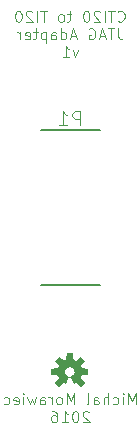
<source format=gbr>
%TF.GenerationSoftware,KiCad,Pcbnew,7.0.7-dirty*%
%TF.CreationDate,2023-09-27T11:33:23-05:00*%
%TF.ProjectId,BBB_JTAG_CTI20_SMT_TI20_SMT,4242425f-4a54-4414-975f-43544932305f,rev?*%
%TF.SameCoordinates,Original*%
%TF.FileFunction,Legend,Bot*%
%TF.FilePolarity,Positive*%
%FSLAX46Y46*%
G04 Gerber Fmt 4.6, Leading zero omitted, Abs format (unit mm)*
G04 Created by KiCad (PCBNEW 7.0.7-dirty) date 2023-09-27 11:33:23*
%MOMM*%
%LPD*%
G01*
G04 APERTURE LIST*
%ADD10C,0.081280*%
%ADD11C,0.101600*%
%ADD12C,0.127000*%
G04 APERTURE END LIST*
D10*
X152536554Y-89182872D02*
X152581065Y-89227383D01*
X152581065Y-89227383D02*
X152714596Y-89271893D01*
X152714596Y-89271893D02*
X152803617Y-89271893D01*
X152803617Y-89271893D02*
X152937149Y-89227383D01*
X152937149Y-89227383D02*
X153026170Y-89138362D01*
X153026170Y-89138362D02*
X153070680Y-89049341D01*
X153070680Y-89049341D02*
X153115191Y-88871299D01*
X153115191Y-88871299D02*
X153115191Y-88737767D01*
X153115191Y-88737767D02*
X153070680Y-88559725D01*
X153070680Y-88559725D02*
X153026170Y-88470704D01*
X153026170Y-88470704D02*
X152937149Y-88381683D01*
X152937149Y-88381683D02*
X152803617Y-88337173D01*
X152803617Y-88337173D02*
X152714596Y-88337173D01*
X152714596Y-88337173D02*
X152581065Y-88381683D01*
X152581065Y-88381683D02*
X152536554Y-88426194D01*
X152269492Y-88337173D02*
X151735366Y-88337173D01*
X152002429Y-89271893D02*
X152002429Y-88337173D01*
X151423792Y-89271893D02*
X151423792Y-88337173D01*
X151023198Y-88426194D02*
X150978687Y-88381683D01*
X150978687Y-88381683D02*
X150889666Y-88337173D01*
X150889666Y-88337173D02*
X150667114Y-88337173D01*
X150667114Y-88337173D02*
X150578093Y-88381683D01*
X150578093Y-88381683D02*
X150533582Y-88426194D01*
X150533582Y-88426194D02*
X150489072Y-88515215D01*
X150489072Y-88515215D02*
X150489072Y-88604236D01*
X150489072Y-88604236D02*
X150533582Y-88737767D01*
X150533582Y-88737767D02*
X151067708Y-89271893D01*
X151067708Y-89271893D02*
X150489072Y-89271893D01*
X149910435Y-88337173D02*
X149821414Y-88337173D01*
X149821414Y-88337173D02*
X149732393Y-88381683D01*
X149732393Y-88381683D02*
X149687883Y-88426194D01*
X149687883Y-88426194D02*
X149643372Y-88515215D01*
X149643372Y-88515215D02*
X149598862Y-88693257D01*
X149598862Y-88693257D02*
X149598862Y-88915809D01*
X149598862Y-88915809D02*
X149643372Y-89093851D01*
X149643372Y-89093851D02*
X149687883Y-89182872D01*
X149687883Y-89182872D02*
X149732393Y-89227383D01*
X149732393Y-89227383D02*
X149821414Y-89271893D01*
X149821414Y-89271893D02*
X149910435Y-89271893D01*
X149910435Y-89271893D02*
X149999456Y-89227383D01*
X149999456Y-89227383D02*
X150043967Y-89182872D01*
X150043967Y-89182872D02*
X150088477Y-89093851D01*
X150088477Y-89093851D02*
X150132988Y-88915809D01*
X150132988Y-88915809D02*
X150132988Y-88693257D01*
X150132988Y-88693257D02*
X150088477Y-88515215D01*
X150088477Y-88515215D02*
X150043967Y-88426194D01*
X150043967Y-88426194D02*
X149999456Y-88381683D01*
X149999456Y-88381683D02*
X149910435Y-88337173D01*
X148619631Y-88648746D02*
X148263547Y-88648746D01*
X148486099Y-88337173D02*
X148486099Y-89138362D01*
X148486099Y-89138362D02*
X148441589Y-89227383D01*
X148441589Y-89227383D02*
X148352568Y-89271893D01*
X148352568Y-89271893D02*
X148263547Y-89271893D01*
X147818442Y-89271893D02*
X147907463Y-89227383D01*
X147907463Y-89227383D02*
X147951973Y-89182872D01*
X147951973Y-89182872D02*
X147996484Y-89093851D01*
X147996484Y-89093851D02*
X147996484Y-88826788D01*
X147996484Y-88826788D02*
X147951973Y-88737767D01*
X147951973Y-88737767D02*
X147907463Y-88693257D01*
X147907463Y-88693257D02*
X147818442Y-88648746D01*
X147818442Y-88648746D02*
X147684910Y-88648746D01*
X147684910Y-88648746D02*
X147595889Y-88693257D01*
X147595889Y-88693257D02*
X147551379Y-88737767D01*
X147551379Y-88737767D02*
X147506868Y-88826788D01*
X147506868Y-88826788D02*
X147506868Y-89093851D01*
X147506868Y-89093851D02*
X147551379Y-89182872D01*
X147551379Y-89182872D02*
X147595889Y-89227383D01*
X147595889Y-89227383D02*
X147684910Y-89271893D01*
X147684910Y-89271893D02*
X147818442Y-89271893D01*
X146527638Y-88337173D02*
X145993512Y-88337173D01*
X146260575Y-89271893D02*
X146260575Y-88337173D01*
X145681938Y-89271893D02*
X145681938Y-88337173D01*
X145281344Y-88426194D02*
X145236833Y-88381683D01*
X145236833Y-88381683D02*
X145147812Y-88337173D01*
X145147812Y-88337173D02*
X144925260Y-88337173D01*
X144925260Y-88337173D02*
X144836239Y-88381683D01*
X144836239Y-88381683D02*
X144791728Y-88426194D01*
X144791728Y-88426194D02*
X144747218Y-88515215D01*
X144747218Y-88515215D02*
X144747218Y-88604236D01*
X144747218Y-88604236D02*
X144791728Y-88737767D01*
X144791728Y-88737767D02*
X145325854Y-89271893D01*
X145325854Y-89271893D02*
X144747218Y-89271893D01*
X144168581Y-88337173D02*
X144079560Y-88337173D01*
X144079560Y-88337173D02*
X143990539Y-88381683D01*
X143990539Y-88381683D02*
X143946029Y-88426194D01*
X143946029Y-88426194D02*
X143901518Y-88515215D01*
X143901518Y-88515215D02*
X143857008Y-88693257D01*
X143857008Y-88693257D02*
X143857008Y-88915809D01*
X143857008Y-88915809D02*
X143901518Y-89093851D01*
X143901518Y-89093851D02*
X143946029Y-89182872D01*
X143946029Y-89182872D02*
X143990539Y-89227383D01*
X143990539Y-89227383D02*
X144079560Y-89271893D01*
X144079560Y-89271893D02*
X144168581Y-89271893D01*
X144168581Y-89271893D02*
X144257602Y-89227383D01*
X144257602Y-89227383D02*
X144302113Y-89182872D01*
X144302113Y-89182872D02*
X144346623Y-89093851D01*
X144346623Y-89093851D02*
X144391134Y-88915809D01*
X144391134Y-88915809D02*
X144391134Y-88693257D01*
X144391134Y-88693257D02*
X144346623Y-88515215D01*
X144346623Y-88515215D02*
X144302113Y-88426194D01*
X144302113Y-88426194D02*
X144257602Y-88381683D01*
X144257602Y-88381683D02*
X144168581Y-88337173D01*
X152558809Y-89842072D02*
X152558809Y-90509729D01*
X152558809Y-90509729D02*
X152603320Y-90643261D01*
X152603320Y-90643261D02*
X152692341Y-90732282D01*
X152692341Y-90732282D02*
X152825872Y-90776792D01*
X152825872Y-90776792D02*
X152914893Y-90776792D01*
X152247236Y-89842072D02*
X151713110Y-89842072D01*
X151980173Y-90776792D02*
X151980173Y-89842072D01*
X151446047Y-90509729D02*
X151000942Y-90509729D01*
X151535068Y-90776792D02*
X151223494Y-89842072D01*
X151223494Y-89842072D02*
X150911921Y-90776792D01*
X150110732Y-89886582D02*
X150199753Y-89842072D01*
X150199753Y-89842072D02*
X150333284Y-89842072D01*
X150333284Y-89842072D02*
X150466816Y-89886582D01*
X150466816Y-89886582D02*
X150555837Y-89975603D01*
X150555837Y-89975603D02*
X150600347Y-90064624D01*
X150600347Y-90064624D02*
X150644858Y-90242666D01*
X150644858Y-90242666D02*
X150644858Y-90376198D01*
X150644858Y-90376198D02*
X150600347Y-90554240D01*
X150600347Y-90554240D02*
X150555837Y-90643261D01*
X150555837Y-90643261D02*
X150466816Y-90732282D01*
X150466816Y-90732282D02*
X150333284Y-90776792D01*
X150333284Y-90776792D02*
X150244263Y-90776792D01*
X150244263Y-90776792D02*
X150110732Y-90732282D01*
X150110732Y-90732282D02*
X150066221Y-90687771D01*
X150066221Y-90687771D02*
X150066221Y-90376198D01*
X150066221Y-90376198D02*
X150244263Y-90376198D01*
X148997970Y-90509729D02*
X148552865Y-90509729D01*
X149086991Y-90776792D02*
X148775417Y-89842072D01*
X148775417Y-89842072D02*
X148463844Y-90776792D01*
X147751676Y-90776792D02*
X147751676Y-89842072D01*
X147751676Y-90732282D02*
X147840697Y-90776792D01*
X147840697Y-90776792D02*
X148018739Y-90776792D01*
X148018739Y-90776792D02*
X148107760Y-90732282D01*
X148107760Y-90732282D02*
X148152270Y-90687771D01*
X148152270Y-90687771D02*
X148196781Y-90598750D01*
X148196781Y-90598750D02*
X148196781Y-90331687D01*
X148196781Y-90331687D02*
X148152270Y-90242666D01*
X148152270Y-90242666D02*
X148107760Y-90198156D01*
X148107760Y-90198156D02*
X148018739Y-90153645D01*
X148018739Y-90153645D02*
X147840697Y-90153645D01*
X147840697Y-90153645D02*
X147751676Y-90198156D01*
X146905977Y-90776792D02*
X146905977Y-90287177D01*
X146905977Y-90287177D02*
X146950487Y-90198156D01*
X146950487Y-90198156D02*
X147039508Y-90153645D01*
X147039508Y-90153645D02*
X147217550Y-90153645D01*
X147217550Y-90153645D02*
X147306571Y-90198156D01*
X146905977Y-90732282D02*
X146994998Y-90776792D01*
X146994998Y-90776792D02*
X147217550Y-90776792D01*
X147217550Y-90776792D02*
X147306571Y-90732282D01*
X147306571Y-90732282D02*
X147351082Y-90643261D01*
X147351082Y-90643261D02*
X147351082Y-90554240D01*
X147351082Y-90554240D02*
X147306571Y-90465219D01*
X147306571Y-90465219D02*
X147217550Y-90420708D01*
X147217550Y-90420708D02*
X146994998Y-90420708D01*
X146994998Y-90420708D02*
X146905977Y-90376198D01*
X146460872Y-90153645D02*
X146460872Y-91088365D01*
X146460872Y-90198156D02*
X146371851Y-90153645D01*
X146371851Y-90153645D02*
X146193809Y-90153645D01*
X146193809Y-90153645D02*
X146104788Y-90198156D01*
X146104788Y-90198156D02*
X146060278Y-90242666D01*
X146060278Y-90242666D02*
X146015767Y-90331687D01*
X146015767Y-90331687D02*
X146015767Y-90598750D01*
X146015767Y-90598750D02*
X146060278Y-90687771D01*
X146060278Y-90687771D02*
X146104788Y-90732282D01*
X146104788Y-90732282D02*
X146193809Y-90776792D01*
X146193809Y-90776792D02*
X146371851Y-90776792D01*
X146371851Y-90776792D02*
X146460872Y-90732282D01*
X145748705Y-90153645D02*
X145392621Y-90153645D01*
X145615173Y-89842072D02*
X145615173Y-90643261D01*
X145615173Y-90643261D02*
X145570663Y-90732282D01*
X145570663Y-90732282D02*
X145481642Y-90776792D01*
X145481642Y-90776792D02*
X145392621Y-90776792D01*
X144724963Y-90732282D02*
X144813984Y-90776792D01*
X144813984Y-90776792D02*
X144992026Y-90776792D01*
X144992026Y-90776792D02*
X145081047Y-90732282D01*
X145081047Y-90732282D02*
X145125558Y-90643261D01*
X145125558Y-90643261D02*
X145125558Y-90287177D01*
X145125558Y-90287177D02*
X145081047Y-90198156D01*
X145081047Y-90198156D02*
X144992026Y-90153645D01*
X144992026Y-90153645D02*
X144813984Y-90153645D01*
X144813984Y-90153645D02*
X144724963Y-90198156D01*
X144724963Y-90198156D02*
X144680453Y-90287177D01*
X144680453Y-90287177D02*
X144680453Y-90376198D01*
X144680453Y-90376198D02*
X145125558Y-90465219D01*
X144279858Y-90776792D02*
X144279858Y-90153645D01*
X144279858Y-90331687D02*
X144235348Y-90242666D01*
X144235348Y-90242666D02*
X144190837Y-90198156D01*
X144190837Y-90198156D02*
X144101816Y-90153645D01*
X144101816Y-90153645D02*
X144012795Y-90153645D01*
X149153757Y-91658544D02*
X148931205Y-92281691D01*
X148931205Y-92281691D02*
X148708652Y-91658544D01*
X147862953Y-92281691D02*
X148397079Y-92281691D01*
X148130016Y-92281691D02*
X148130016Y-91346971D01*
X148130016Y-91346971D02*
X148219037Y-91480502D01*
X148219037Y-91480502D02*
X148308058Y-91569523D01*
X148308058Y-91569523D02*
X148397079Y-91614034D01*
X154064909Y-121679343D02*
X154064909Y-120744623D01*
X154064909Y-120744623D02*
X153753336Y-121412280D01*
X153753336Y-121412280D02*
X153441762Y-120744623D01*
X153441762Y-120744623D02*
X153441762Y-121679343D01*
X152996658Y-121679343D02*
X152996658Y-121056196D01*
X152996658Y-120744623D02*
X153041169Y-120789133D01*
X153041169Y-120789133D02*
X152996658Y-120833644D01*
X152996658Y-120833644D02*
X152952148Y-120789133D01*
X152952148Y-120789133D02*
X152996658Y-120744623D01*
X152996658Y-120744623D02*
X152996658Y-120833644D01*
X152150959Y-121634833D02*
X152239980Y-121679343D01*
X152239980Y-121679343D02*
X152418022Y-121679343D01*
X152418022Y-121679343D02*
X152507043Y-121634833D01*
X152507043Y-121634833D02*
X152551553Y-121590322D01*
X152551553Y-121590322D02*
X152596064Y-121501301D01*
X152596064Y-121501301D02*
X152596064Y-121234238D01*
X152596064Y-121234238D02*
X152551553Y-121145217D01*
X152551553Y-121145217D02*
X152507043Y-121100707D01*
X152507043Y-121100707D02*
X152418022Y-121056196D01*
X152418022Y-121056196D02*
X152239980Y-121056196D01*
X152239980Y-121056196D02*
X152150959Y-121100707D01*
X151750364Y-121679343D02*
X151750364Y-120744623D01*
X151349770Y-121679343D02*
X151349770Y-121189728D01*
X151349770Y-121189728D02*
X151394280Y-121100707D01*
X151394280Y-121100707D02*
X151483301Y-121056196D01*
X151483301Y-121056196D02*
X151616833Y-121056196D01*
X151616833Y-121056196D02*
X151705854Y-121100707D01*
X151705854Y-121100707D02*
X151750364Y-121145217D01*
X150504071Y-121679343D02*
X150504071Y-121189728D01*
X150504071Y-121189728D02*
X150548581Y-121100707D01*
X150548581Y-121100707D02*
X150637602Y-121056196D01*
X150637602Y-121056196D02*
X150815644Y-121056196D01*
X150815644Y-121056196D02*
X150904665Y-121100707D01*
X150504071Y-121634833D02*
X150593092Y-121679343D01*
X150593092Y-121679343D02*
X150815644Y-121679343D01*
X150815644Y-121679343D02*
X150904665Y-121634833D01*
X150904665Y-121634833D02*
X150949176Y-121545812D01*
X150949176Y-121545812D02*
X150949176Y-121456791D01*
X150949176Y-121456791D02*
X150904665Y-121367770D01*
X150904665Y-121367770D02*
X150815644Y-121323259D01*
X150815644Y-121323259D02*
X150593092Y-121323259D01*
X150593092Y-121323259D02*
X150504071Y-121278749D01*
X149925435Y-121679343D02*
X150014456Y-121634833D01*
X150014456Y-121634833D02*
X150058966Y-121545812D01*
X150058966Y-121545812D02*
X150058966Y-120744623D01*
X148857183Y-121679343D02*
X148857183Y-120744623D01*
X148857183Y-120744623D02*
X148545610Y-121412280D01*
X148545610Y-121412280D02*
X148234036Y-120744623D01*
X148234036Y-120744623D02*
X148234036Y-121679343D01*
X147655401Y-121679343D02*
X147744422Y-121634833D01*
X147744422Y-121634833D02*
X147788932Y-121590322D01*
X147788932Y-121590322D02*
X147833443Y-121501301D01*
X147833443Y-121501301D02*
X147833443Y-121234238D01*
X147833443Y-121234238D02*
X147788932Y-121145217D01*
X147788932Y-121145217D02*
X147744422Y-121100707D01*
X147744422Y-121100707D02*
X147655401Y-121056196D01*
X147655401Y-121056196D02*
X147521869Y-121056196D01*
X147521869Y-121056196D02*
X147432848Y-121100707D01*
X147432848Y-121100707D02*
X147388338Y-121145217D01*
X147388338Y-121145217D02*
X147343827Y-121234238D01*
X147343827Y-121234238D02*
X147343827Y-121501301D01*
X147343827Y-121501301D02*
X147388338Y-121590322D01*
X147388338Y-121590322D02*
X147432848Y-121634833D01*
X147432848Y-121634833D02*
X147521869Y-121679343D01*
X147521869Y-121679343D02*
X147655401Y-121679343D01*
X146943233Y-121679343D02*
X146943233Y-121056196D01*
X146943233Y-121234238D02*
X146898723Y-121145217D01*
X146898723Y-121145217D02*
X146854212Y-121100707D01*
X146854212Y-121100707D02*
X146765191Y-121056196D01*
X146765191Y-121056196D02*
X146676170Y-121056196D01*
X145964003Y-121679343D02*
X145964003Y-121189728D01*
X145964003Y-121189728D02*
X146008513Y-121100707D01*
X146008513Y-121100707D02*
X146097534Y-121056196D01*
X146097534Y-121056196D02*
X146275576Y-121056196D01*
X146275576Y-121056196D02*
X146364597Y-121100707D01*
X145964003Y-121634833D02*
X146053024Y-121679343D01*
X146053024Y-121679343D02*
X146275576Y-121679343D01*
X146275576Y-121679343D02*
X146364597Y-121634833D01*
X146364597Y-121634833D02*
X146409108Y-121545812D01*
X146409108Y-121545812D02*
X146409108Y-121456791D01*
X146409108Y-121456791D02*
X146364597Y-121367770D01*
X146364597Y-121367770D02*
X146275576Y-121323259D01*
X146275576Y-121323259D02*
X146053024Y-121323259D01*
X146053024Y-121323259D02*
X145964003Y-121278749D01*
X145607919Y-121056196D02*
X145429877Y-121679343D01*
X145429877Y-121679343D02*
X145251835Y-121234238D01*
X145251835Y-121234238D02*
X145073793Y-121679343D01*
X145073793Y-121679343D02*
X144895751Y-121056196D01*
X144539668Y-121679343D02*
X144539668Y-121056196D01*
X144539668Y-120744623D02*
X144584179Y-120789133D01*
X144584179Y-120789133D02*
X144539668Y-120833644D01*
X144539668Y-120833644D02*
X144495158Y-120789133D01*
X144495158Y-120789133D02*
X144539668Y-120744623D01*
X144539668Y-120744623D02*
X144539668Y-120833644D01*
X143738479Y-121634833D02*
X143827500Y-121679343D01*
X143827500Y-121679343D02*
X144005542Y-121679343D01*
X144005542Y-121679343D02*
X144094563Y-121634833D01*
X144094563Y-121634833D02*
X144139074Y-121545812D01*
X144139074Y-121545812D02*
X144139074Y-121189728D01*
X144139074Y-121189728D02*
X144094563Y-121100707D01*
X144094563Y-121100707D02*
X144005542Y-121056196D01*
X144005542Y-121056196D02*
X143827500Y-121056196D01*
X143827500Y-121056196D02*
X143738479Y-121100707D01*
X143738479Y-121100707D02*
X143693969Y-121189728D01*
X143693969Y-121189728D02*
X143693969Y-121278749D01*
X143693969Y-121278749D02*
X144139074Y-121367770D01*
X142892780Y-121634833D02*
X142981801Y-121679343D01*
X142981801Y-121679343D02*
X143159843Y-121679343D01*
X143159843Y-121679343D02*
X143248864Y-121634833D01*
X143248864Y-121634833D02*
X143293374Y-121590322D01*
X143293374Y-121590322D02*
X143337885Y-121501301D01*
X143337885Y-121501301D02*
X143337885Y-121234238D01*
X143337885Y-121234238D02*
X143293374Y-121145217D01*
X143293374Y-121145217D02*
X143248864Y-121100707D01*
X143248864Y-121100707D02*
X143159843Y-121056196D01*
X143159843Y-121056196D02*
X142981801Y-121056196D01*
X142981801Y-121056196D02*
X142892780Y-121100707D01*
X150103478Y-122338543D02*
X150058967Y-122294032D01*
X150058967Y-122294032D02*
X149969946Y-122249522D01*
X149969946Y-122249522D02*
X149747394Y-122249522D01*
X149747394Y-122249522D02*
X149658373Y-122294032D01*
X149658373Y-122294032D02*
X149613862Y-122338543D01*
X149613862Y-122338543D02*
X149569352Y-122427564D01*
X149569352Y-122427564D02*
X149569352Y-122516585D01*
X149569352Y-122516585D02*
X149613862Y-122650116D01*
X149613862Y-122650116D02*
X150147988Y-123184242D01*
X150147988Y-123184242D02*
X149569352Y-123184242D01*
X148990715Y-122249522D02*
X148901694Y-122249522D01*
X148901694Y-122249522D02*
X148812673Y-122294032D01*
X148812673Y-122294032D02*
X148768163Y-122338543D01*
X148768163Y-122338543D02*
X148723652Y-122427564D01*
X148723652Y-122427564D02*
X148679142Y-122605606D01*
X148679142Y-122605606D02*
X148679142Y-122828158D01*
X148679142Y-122828158D02*
X148723652Y-123006200D01*
X148723652Y-123006200D02*
X148768163Y-123095221D01*
X148768163Y-123095221D02*
X148812673Y-123139732D01*
X148812673Y-123139732D02*
X148901694Y-123184242D01*
X148901694Y-123184242D02*
X148990715Y-123184242D01*
X148990715Y-123184242D02*
X149079736Y-123139732D01*
X149079736Y-123139732D02*
X149124247Y-123095221D01*
X149124247Y-123095221D02*
X149168757Y-123006200D01*
X149168757Y-123006200D02*
X149213268Y-122828158D01*
X149213268Y-122828158D02*
X149213268Y-122605606D01*
X149213268Y-122605606D02*
X149168757Y-122427564D01*
X149168757Y-122427564D02*
X149124247Y-122338543D01*
X149124247Y-122338543D02*
X149079736Y-122294032D01*
X149079736Y-122294032D02*
X148990715Y-122249522D01*
X147788932Y-123184242D02*
X148323058Y-123184242D01*
X148055995Y-123184242D02*
X148055995Y-122249522D01*
X148055995Y-122249522D02*
X148145016Y-122383053D01*
X148145016Y-122383053D02*
X148234037Y-122472074D01*
X148234037Y-122472074D02*
X148323058Y-122516585D01*
X146987743Y-122249522D02*
X147165785Y-122249522D01*
X147165785Y-122249522D02*
X147254806Y-122294032D01*
X147254806Y-122294032D02*
X147299316Y-122338543D01*
X147299316Y-122338543D02*
X147388337Y-122472074D01*
X147388337Y-122472074D02*
X147432848Y-122650116D01*
X147432848Y-122650116D02*
X147432848Y-123006200D01*
X147432848Y-123006200D02*
X147388337Y-123095221D01*
X147388337Y-123095221D02*
X147343827Y-123139732D01*
X147343827Y-123139732D02*
X147254806Y-123184242D01*
X147254806Y-123184242D02*
X147076764Y-123184242D01*
X147076764Y-123184242D02*
X146987743Y-123139732D01*
X146987743Y-123139732D02*
X146943232Y-123095221D01*
X146943232Y-123095221D02*
X146898722Y-123006200D01*
X146898722Y-123006200D02*
X146898722Y-122783648D01*
X146898722Y-122783648D02*
X146943232Y-122694627D01*
X146943232Y-122694627D02*
X146987743Y-122650116D01*
X146987743Y-122650116D02*
X147076764Y-122605606D01*
X147076764Y-122605606D02*
X147254806Y-122605606D01*
X147254806Y-122605606D02*
X147343827Y-122650116D01*
X147343827Y-122650116D02*
X147388337Y-122694627D01*
X147388337Y-122694627D02*
X147432848Y-122783648D01*
D11*
X149363490Y-98038840D02*
X149363490Y-96870440D01*
X149363490Y-96870440D02*
X148918385Y-96870440D01*
X148918385Y-96870440D02*
X148807109Y-96926078D01*
X148807109Y-96926078D02*
X148751471Y-96981716D01*
X148751471Y-96981716D02*
X148695833Y-97092992D01*
X148695833Y-97092992D02*
X148695833Y-97259906D01*
X148695833Y-97259906D02*
X148751471Y-97371182D01*
X148751471Y-97371182D02*
X148807109Y-97426821D01*
X148807109Y-97426821D02*
X148918385Y-97482459D01*
X148918385Y-97482459D02*
X149363490Y-97482459D01*
X147583071Y-98038840D02*
X148250728Y-98038840D01*
X147916900Y-98038840D02*
X147916900Y-96870440D01*
X147916900Y-96870440D02*
X148028176Y-97037354D01*
X148028176Y-97037354D02*
X148139452Y-97148630D01*
X148139452Y-97148630D02*
X148250728Y-97204268D01*
D12*
%TO.C,P1*%
X146001100Y-111553600D02*
X151001100Y-111553600D01*
X151001100Y-98453600D02*
X146001100Y-98453600D01*
%TO.C,LOGO1*%
G36*
X148788184Y-117866555D02*
G01*
X149019923Y-117962566D01*
X149414720Y-117640654D01*
X149769046Y-117994980D01*
X149447134Y-118389777D01*
X149543145Y-118621516D01*
X150049900Y-118673039D01*
X150049900Y-119174161D01*
X149543145Y-119225684D01*
X149447134Y-119457423D01*
X149769046Y-119852220D01*
X149414720Y-120206546D01*
X149025021Y-119888792D01*
X148992697Y-119907177D01*
X148841432Y-119977332D01*
X148615390Y-119431700D01*
X148394423Y-119431700D01*
X148735412Y-119227372D01*
X148809022Y-119146164D01*
X148878275Y-118917834D01*
X148862913Y-118812031D01*
X148815689Y-118709639D01*
X148741333Y-118624876D01*
X148645967Y-118564719D01*
X148537441Y-118534120D01*
X148424694Y-118535602D01*
X148317013Y-118569040D01*
X148223259Y-118631683D01*
X148151153Y-118718372D01*
X148106636Y-118821967D01*
X148093372Y-118933939D01*
X148112451Y-119045067D01*
X148159838Y-119141199D01*
X148397421Y-119333673D01*
X148129499Y-119980394D01*
X147948923Y-119887369D01*
X147557480Y-120206546D01*
X147203154Y-119852220D01*
X147525066Y-119457423D01*
X147429055Y-119225684D01*
X146922300Y-119174161D01*
X146922300Y-118673039D01*
X147429055Y-118621516D01*
X147525066Y-118389777D01*
X147203154Y-117994980D01*
X147557480Y-117640654D01*
X147948924Y-117959832D01*
X148062630Y-117901256D01*
X148184454Y-117862250D01*
X148235539Y-117359800D01*
X148736661Y-117359800D01*
X148788184Y-117866555D01*
G37*
%TD*%
M02*

</source>
